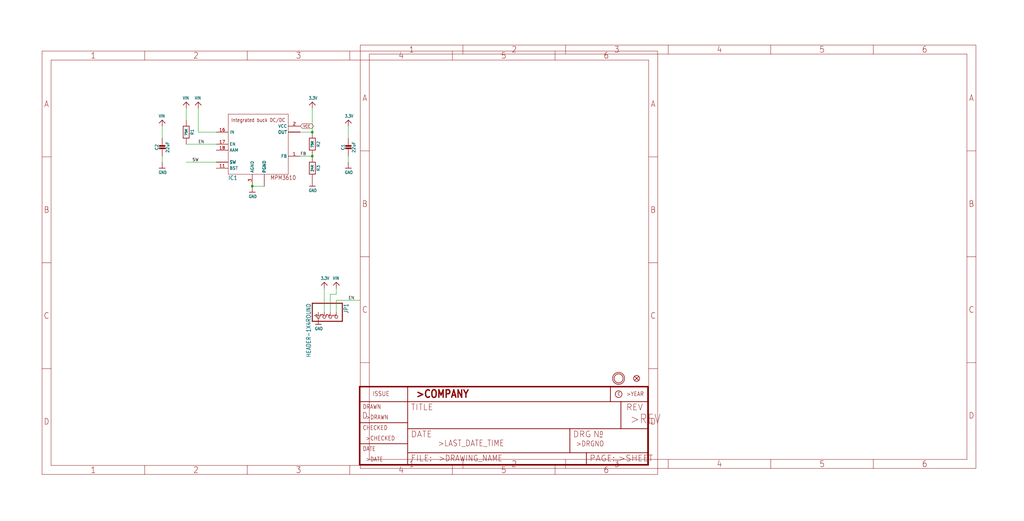
<source format=kicad_sch>
(kicad_sch (version 20211123) (generator eeschema)
  (paper "User" 433.07 220.421)
  (lib_symbols
    (symbol "schematicEagle-eagle-import:3.3V" (power)
      (property "Value" "3.3V" (at -1.524 1.016 0))
      (symbol "3.3V_1_0"
        (polyline (pts (xy -1.27 -1.27) (xy 0 0)) (stroke (width 0.254)))
        (polyline (pts (xy 0 0) (xy 1.27 -1.27)) (stroke (width 0.254)))
        (pin power_in line (at 0 -2.54 90) (length 2.54) (name "3.3V") (number "1"))
      )
    )
    (symbol "schematicEagle-eagle-import:CAP_CERAMIC0805-NOOUTLINE"
      (property "Reference" "C" (at -2.29 1.25 90))
      (property "Value" "CAP_CERAMIC0805-NOOUTLINE" (at 2.3 1.25 90))
      (symbol "CAP_CERAMIC0805-NOOUTLINE_1_0"
        (rectangle (start -1.27 0.508) (end 1.27 1.016) (fill (type outline)))
        (rectangle (start -1.27 1.524) (end 1.27 2.032) (fill (type outline)))
        (polyline (pts (xy 0 0.762) (xy 0 0)) (stroke (width 0.1524)))
        (polyline (pts (xy 0 2.54) (xy 0 1.778)) (stroke (width 0.1524)))
        (pin passive line (at 0 5.08 270) (length 2.54) (name "1") (number "1"))
        (pin passive line (at 0 -2.54 90) (length 2.54) (name "2") (number "2"))
      )
    )
    (symbol "schematicEagle-eagle-import:FIDUCIAL_1MM"
      (symbol "FIDUCIAL_1MM_1_0"
        (polyline (pts (xy -0.762 0.762) (xy 0.762 -0.762)) (stroke (width 0.254)))
        (polyline (pts (xy 0.762 0.762) (xy -0.762 -0.762)) (stroke (width 0.254)))
        (circle (center 0 0) (radius 1.27) (stroke (width 0.254)))
      )
    )
    (symbol "schematicEagle-eagle-import:FRAME_A4"
      (symbol "FRAME_A4_0_0"
        (polyline (pts (xy 0 44.7675) (xy 3.81 44.7675)))
        (polyline (pts (xy 0 89.535) (xy 3.81 89.535)))
        (polyline (pts (xy 0 134.3025) (xy 3.81 134.3025)))
        (polyline (pts (xy 3.81 3.81) (xy 3.81 175.26)))
        (polyline (pts (xy 43.3917 0) (xy 43.3917 3.81)))
        (polyline (pts (xy 43.3917 175.26) (xy 43.3917 179.07)))
        (polyline (pts (xy 86.7833 0) (xy 86.7833 3.81)))
        (polyline (pts (xy 86.7833 175.26) (xy 86.7833 179.07)))
        (polyline (pts (xy 130.175 0) (xy 130.175 3.81)))
        (polyline (pts (xy 130.175 175.26) (xy 130.175 179.07)))
        (polyline (pts (xy 173.5667 0) (xy 173.5667 3.81)))
        (polyline (pts (xy 173.5667 175.26) (xy 173.5667 179.07)))
        (polyline (pts (xy 216.9583 0) (xy 216.9583 3.81)))
        (polyline (pts (xy 216.9583 175.26) (xy 216.9583 179.07)))
        (polyline (pts (xy 256.54 3.81) (xy 3.81 3.81)))
        (polyline (pts (xy 256.54 3.81) (xy 256.54 175.26)))
        (polyline (pts (xy 256.54 44.7675) (xy 260.35 44.7675)))
        (polyline (pts (xy 256.54 89.535) (xy 260.35 89.535)))
        (polyline (pts (xy 256.54 134.3025) (xy 260.35 134.3025)))
        (polyline (pts (xy 256.54 175.26) (xy 3.81 175.26)))
        (polyline (pts (xy 0 0) (xy 260.35 0) (xy 260.35 179.07) (xy 0 179.07) (xy 0 0)))
        (text "1" (at 21.6958 1.905 0) (effects (font (size 2.54 2.286))))
        (text "1" (at 21.6958 177.165 0) (effects (font (size 2.54 2.286))))
        (text "2" (at 65.0875 1.905 0) (effects (font (size 2.54 2.286))))
        (text "2" (at 65.0875 177.165 0) (effects (font (size 2.54 2.286))))
        (text "3" (at 108.4792 1.905 0) (effects (font (size 2.54 2.286))))
        (text "3" (at 108.4792 177.165 0) (effects (font (size 2.54 2.286))))
        (text "4" (at 151.8708 1.905 0) (effects (font (size 2.54 2.286))))
        (text "4" (at 151.8708 177.165 0) (effects (font (size 2.54 2.286))))
        (text "5" (at 195.2625 1.905 0) (effects (font (size 2.54 2.286))))
        (text "5" (at 195.2625 177.165 0) (effects (font (size 2.54 2.286))))
        (text "6" (at 238.6542 1.905 0) (effects (font (size 2.54 2.286))))
        (text "6" (at 238.6542 177.165 0) (effects (font (size 2.54 2.286))))
        (text "A" (at 1.905 156.6863 0) (effects (font (size 2.54 2.286))))
        (text "A" (at 258.445 156.6863 0) (effects (font (size 2.54 2.286))))
        (text "B" (at 1.905 111.9188 0) (effects (font (size 2.54 2.286))))
        (text "B" (at 258.445 111.9188 0) (effects (font (size 2.54 2.286))))
        (text "C" (at 1.905 67.1513 0) (effects (font (size 2.54 2.286))))
        (text "C" (at 258.445 67.1513 0) (effects (font (size 2.54 2.286))))
        (text "D" (at 1.905 22.3838 0) (effects (font (size 2.54 2.286))))
        (text "D" (at 258.445 22.3838 0) (effects (font (size 2.54 2.286))))
      )
      (symbol "FRAME_A4_1_0"
        (polyline (pts (xy 256.54 3.81) (xy 256.54 8.89)) (stroke (width 0.1016)))
        (polyline (pts (xy 256.54 8.89) (xy 256.54 13.97)) (stroke (width 0.1016)))
        (polyline (pts (xy 256.54 13.97) (xy 256.54 19.05)) (stroke (width 0.1016)))
        (polyline (pts (xy 256.54 19.05) (xy 256.54 36.83)) (stroke (width 0.1016)))
      )
      (symbol "FRAME_A4_2_0"
        (polyline (pts (xy -0.3048 1.5748) (xy 20.0152 1.5748)) (stroke (width 0.6096)))
        (polyline (pts (xy -0.3048 10.4648) (xy -0.3048 1.5748)) (stroke (width 0.6096)))
        (polyline (pts (xy -0.3048 10.4648) (xy 20.0152 10.4648)) (stroke (width 0.3048)))
        (polyline (pts (xy -0.3048 19.3548) (xy -0.3048 10.4648)) (stroke (width 0.6096)))
        (polyline (pts (xy -0.3048 19.3548) (xy 20.0152 19.3548)) (stroke (width 0.3048)))
        (polyline (pts (xy -0.3048 28.2448) (xy -0.3048 19.3548)) (stroke (width 0.6096)))
        (polyline (pts (xy -0.3048 28.2448) (xy 20.0152 28.2448)) (stroke (width 0.3048)))
        (polyline (pts (xy -0.3048 34.5948) (xy -0.3048 28.2448)) (stroke (width 0.6096)))
        (polyline (pts (xy 20.0152 1.5748) (xy 20.0152 6.6548)) (stroke (width 0.3048)))
        (polyline (pts (xy 20.0152 1.5748) (xy 95.5802 1.5748)) (stroke (width 0.6096)))
        (polyline (pts (xy 20.0152 6.6548) (xy 20.0152 10.4648)) (stroke (width 0.3048)))
        (polyline (pts (xy 20.0152 6.6548) (xy 88.5952 6.6548)) (stroke (width 0.3048)))
        (polyline (pts (xy 20.0152 10.4648) (xy 20.0152 16.8148)) (stroke (width 0.3048)))
        (polyline (pts (xy 20.0152 16.8148) (xy 20.0152 19.3548)) (stroke (width 0.3048)))
        (polyline (pts (xy 20.0152 19.3548) (xy 20.0152 28.2448)) (stroke (width 0.3048)))
        (polyline (pts (xy 20.0152 28.2448) (xy 20.0152 34.5948)) (stroke (width 0.3048)))
        (polyline (pts (xy 20.0152 28.2448) (xy 105.7402 28.2448)) (stroke (width 0.3048)))
        (polyline (pts (xy 20.0152 34.5948) (xy -0.3048 34.5948)) (stroke (width 0.6096)))
        (polyline (pts (xy 88.5952 6.6548) (xy 95.5802 6.6548)) (stroke (width 0.3048)))
        (polyline (pts (xy 88.5952 16.8148) (xy 20.0152 16.8148)) (stroke (width 0.3048)))
        (polyline (pts (xy 88.5952 16.8148) (xy 88.5952 6.6548)) (stroke (width 0.3048)))
        (polyline (pts (xy 95.5802 1.5748) (xy 121.6152 1.5748)) (stroke (width 0.6096)))
        (polyline (pts (xy 95.5802 6.6548) (xy 95.5802 1.5748)) (stroke (width 0.3048)))
        (polyline (pts (xy 95.5802 6.6548) (xy 121.6152 6.6548)) (stroke (width 0.3048)))
        (polyline (pts (xy 101.2952 13.3223) (xy 102.2477 13.3223)) (stroke (width 0.254)))
        (polyline (pts (xy 105.7402 28.2448) (xy 105.7402 34.5948)) (stroke (width 0.3048)))
        (polyline (pts (xy 105.7402 28.2448) (xy 110.1852 28.2448)) (stroke (width 0.3048)))
        (polyline (pts (xy 105.7402 34.5948) (xy 20.0152 34.5948)) (stroke (width 0.6096)))
        (polyline (pts (xy 110.1852 16.8148) (xy 88.5952 16.8148)) (stroke (width 0.3048)))
        (polyline (pts (xy 110.1852 28.2448) (xy 110.1852 16.8148)) (stroke (width 0.3048)))
        (polyline (pts (xy 110.1852 28.2448) (xy 121.6152 28.2448)) (stroke (width 0.3048)))
        (polyline (pts (xy 121.6152 6.6548) (xy 121.6152 1.5748)) (stroke (width 0.6096)))
        (polyline (pts (xy 121.6152 16.8148) (xy 110.1852 16.8148)) (stroke (width 0.3048)))
        (polyline (pts (xy 121.6152 16.8148) (xy 121.6152 6.6548)) (stroke (width 0.6096)))
        (polyline (pts (xy 121.6152 28.2448) (xy 121.6152 16.8148)) (stroke (width 0.6096)))
        (polyline (pts (xy 121.6152 34.5948) (xy 105.7402 34.5948)) (stroke (width 0.6096)))
        (polyline (pts (xy 121.6152 34.5948) (xy 121.6152 28.2448)) (stroke (width 0.6096)))
        (circle (center 109.2327 31.4198) (radius 1.4199) (stroke (width 0.254)))
        (text ">CHECKED" (at 2.2352 11.7348 0) (effects (font (size 1.778 1.5113)) (justify left bottom)))
        (text ">COMPANY" (at 23.349 29.6735 0) (effects (font (size 3.175 2.6987) (thickness 0.5397) bold) (justify left bottom)))
        (text ">DATE" (at 2.2352 2.8448 0) (effects (font (size 1.778 1.5113)) (justify left bottom)))
        (text ">DRAWING_NAME" (at 33.0327 2.8448 0) (effects (font (size 2.54 2.159)) (justify left bottom)))
        (text ">DRAWN" (at 2.2352 20.6248 0) (effects (font (size 1.778 1.5113)) (justify left bottom)))
        (text ">DRGNO" (at 91.1352 9.1948 0) (effects (font (size 2.1844 1.8567)) (justify left bottom)))
        (text ">LAST_DATE_TIME" (at 32.7152 9.1948 0) (effects (font (size 2.54 2.159)) (justify left bottom)))
        (text ">REV" (at 113.9952 18.7198 0) (effects (font (size 3.81 3.2385)) (justify left bottom)))
        (text ">SHEET" (at 108.9152 2.8448 0) (effects (font (size 2.54 2.54)) (justify left bottom)))
        (text ">YEAR" (at 112.4077 30.4673 0) (effects (font (size 1.778 1.5113)) (justify left bottom)))
        (text "C" (at 108.7564 30.7848 0) (effects (font (size 1.27 1.0795)) (justify left bottom)))
        (text "CHECKED" (at 0.9652 16.1798 0) (effects (font (size 1.778 1.5113)) (justify left bottom)))
        (text "DATE" (at 0.9652 7.2898 0) (effects (font (size 1.778 1.5113)) (justify left bottom)))
        (text "DATE" (at 21.2852 13.0048 0) (effects (font (size 2.54 2.54)) (justify left bottom)))
        (text "DRAWN" (at 0.9652 25.0698 0) (effects (font (size 1.778 1.5113)) (justify left bottom)))
        (text "DRG" (at 89.8652 13.0048 0) (effects (font (size 2.54 2.54)) (justify left bottom)))
        (text "FILE:" (at 21.2852 2.8448 0) (effects (font (size 2.54 2.54)) (justify left bottom)))
        (text "ISSUE" (at 5.0927 30.4673 0) (effects (font (size 1.9304 1.6408)) (justify left bottom)))
        (text "N" (at 98.4377 13.0048 0) (effects (font (size 2.54 2.54)) (justify left bottom)))
        (text "o" (at 100.9777 13.9573 0) (effects (font (size 2.1844 1.8567)) (justify left bottom)))
        (text "PAGE:" (at 96.8502 2.8448 0) (effects (font (size 2.54 2.54)) (justify left bottom)))
        (text "REV" (at 112.4077 24.4348 0) (effects (font (size 2.54 2.54)) (justify left bottom)))
        (text "TITLE" (at 21.2852 24.4348 0) (effects (font (size 2.54 2.54)) (justify left bottom)))
      )
    )
    (symbol "schematicEagle-eagle-import:GND" (power)
      (property "Value" "GND" (at -1.524 -2.54 0))
      (symbol "GND_1_0"
        (polyline (pts (xy -1.27 0) (xy 1.27 0)) (stroke (width 0.254)))
        (pin power_in line (at 0 2.54 270) (length 2.54) (name "GND") (number "1"))
      )
    )
    (symbol "schematicEagle-eagle-import:HEADER-1X4ROUND"
      (property "Reference" "JP" (at -6.35 8.255 0))
      (property "Value" "HEADER-1X4ROUND" (at -6.35 -7.62 0))
      (symbol "HEADER-1X4ROUND_1_0"
        (polyline (pts (xy -6.35 -5.08) (xy 1.27 -5.08)) (stroke (width 0.4064)))
        (polyline (pts (xy -6.35 7.62) (xy -6.35 -5.08)) (stroke (width 0.4064)))
        (polyline (pts (xy 1.27 -5.08) (xy 1.27 7.62)) (stroke (width 0.4064)))
        (polyline (pts (xy 1.27 7.62) (xy -6.35 7.62)) (stroke (width 0.4064)))
        (pin passive inverted (at -2.54 5.08 0) (length 2.54) (name "1") (number "1"))
        (pin passive inverted (at -2.54 2.54 0) (length 2.54) (name "2") (number "2"))
        (pin passive inverted (at -2.54 0 0) (length 2.54) (name "3") (number "3"))
        (pin passive inverted (at -2.54 -2.54 0) (length 2.54) (name "4") (number "4"))
      )
    )
    (symbol "schematicEagle-eagle-import:MOUNTINGHOLE2.5"
      (symbol "MOUNTINGHOLE2.5_1_0"
        (circle (center 0 0) (radius 1.905) (stroke (width 0.254)))
        (circle (center 0 0) (radius 2.54) (stroke (width 0.254)))
      )
    )
    (symbol "schematicEagle-eagle-import:MPM3610"
      (property "Reference" "IC" (at -12.7 -15.24 0))
      (symbol "MPM3610_1_0"
        (polyline (pts (xy -12.7 -12.7) (xy 12.7 -12.7)) (stroke (width 0.1524)))
        (polyline (pts (xy -12.7 12.7) (xy -12.7 -12.7)) (stroke (width 0.1524)))
        (polyline (pts (xy 12.7 -12.7) (xy 12.7 12.7)) (stroke (width 0.1524)))
        (polyline (pts (xy 12.7 12.7) (xy -12.7 12.7)) (stroke (width 0.1524)))
        (text "Integrated buck DC/DC" (at 0 10.16 0) (effects (font (size 1.524 1.2954))))
        (text "MPM3610" (at 5.08 -15.24 0) (effects (font (size 1.778 1.5113)) (justify left bottom)))
        (pin input line (at 17.78 -5.08 180) (length 5.08) (name "FB") (number "1"))
        (pin passive line (at -17.78 -10.16 0) (length 5.08) (name "BST") (number "11"))
        (pin power_in line (at 2.54 -17.78 90) (length 5.08) (name "PGND") (number "12"))
        (pin power_in line (at 2.54 -17.78 90) (length 5.08) (name "PGND") (number "13"))
        (pin power_in line (at 2.54 -17.78 90) (length 5.08) (name "PGND") (number "14"))
        (pin power_in line (at -17.78 5.08 0) (length 5.08) (name "IN") (number "16"))
        (pin input line (at -17.78 0 0) (length 5.08) (name "EN") (number "17"))
        (pin input line (at -17.78 -2.54 0) (length 5.08) (name "AAM") (number "18"))
        (pin power_in line (at 17.78 7.62 180) (length 5.08) (name "VCC") (number "2"))
        (pin power_in line (at -2.54 -17.78 90) (length 5.08) (name "AGND") (number "3"))
        (pin passive line (at -17.78 -7.62 0) (length 5.08) (name "SW") (number "4"))
        (pin passive line (at -17.78 -7.62 0) (length 5.08) (name "SW") (number "5"))
        (pin passive line (at -17.78 -7.62 0) (length 5.08) (name "SW") (number "6"))
        (pin power_in line (at 17.78 5.08 180) (length 5.08) (name "OUT") (number "7"))
        (pin power_in line (at 17.78 5.08 180) (length 5.08) (name "OUT") (number "8"))
        (pin power_in line (at 17.78 5.08 180) (length 5.08) (name "OUT") (number "9"))
      )
    )
    (symbol "schematicEagle-eagle-import:RESISTOR_0603_NOOUT"
      (property "Reference" "R" (at 0 2.54 0))
      (property "Value" "RESISTOR_0603_NOOUT" (at 0 0 0))
      (symbol "RESISTOR_0603_NOOUT_1_0"
        (polyline (pts (xy -2.54 -1.27) (xy -2.54 1.27)) (stroke (width 0.254)))
        (polyline (pts (xy -2.54 1.27) (xy 2.54 1.27)) (stroke (width 0.254)))
        (polyline (pts (xy 2.54 -1.27) (xy -2.54 -1.27)) (stroke (width 0.254)))
        (polyline (pts (xy 2.54 1.27) (xy 2.54 -1.27)) (stroke (width 0.254)))
        (pin passive line (at -5.08 0 0) (length 2.54) (name "1") (number "1"))
        (pin passive line (at 5.08 0 180) (length 2.54) (name "2") (number "2"))
      )
    )
    (symbol "schematicEagle-eagle-import:VIN" (power)
      (property "Value" "VIN" (at -1.524 1.016 0))
      (symbol "VIN_1_0"
        (polyline (pts (xy -1.27 -1.27) (xy 0 0)) (stroke (width 0.254)))
        (polyline (pts (xy 0 0) (xy 1.27 -1.27)) (stroke (width 0.254)))
        (pin power_in line (at 0 -2.54 90) (length 2.54) (name "VIN") (number "1"))
      )
    )
  )
  (junction (at 132.08 66.04))
  (junction (at 106.68 78.74))
  (junction (at 132.08 55.88))
  (wire (pts (xy 152.4 127) (xy 142.24 127)))
  (wire (pts (xy 132.08 45.72) (xy 132.08 55.88)))
  (wire (pts (xy 68.58 66.04) (xy 68.58 68.58)))
  (wire (pts (xy 91.44 68.58) (xy 78.74 68.58)))
  (wire (pts (xy 142.24 124.46) (xy 142.24 121.92)))
  (wire (pts (xy 137.16 132.08) (xy 137.16 121.92)))
  (wire (pts (xy 78.74 50.8) (xy 78.74 45.72)))
  (wire (pts (xy 142.24 132.08) (xy 142.24 127)))
  (wire (pts (xy 83.82 45.72) (xy 83.82 55.88)))
  (wire (pts (xy 132.08 55.88) (xy 127 55.88)))
  (wire (pts (xy 147.32 58.42) (xy 147.32 53.34)))
  (wire (pts (xy 147.32 66.04) (xy 147.32 68.58)))
  (wire (pts (xy 91.44 60.96) (xy 78.74 60.96)))
  (wire (pts (xy 139.7 132.08) (xy 139.7 124.46)))
  (wire (pts (xy 139.7 124.46) (xy 142.24 124.46)))
  (wire (pts (xy 68.58 53.34) (xy 68.58 58.42)))
  (wire (pts (xy 134.62 132.08) (xy 134.62 134.62)))
  (wire (pts (xy 111.76 78.74) (xy 106.68 78.74)))
  (wire (pts (xy 127 66.04) (xy 132.08 66.04)))
  (wire (pts (xy 83.82 55.88) (xy 91.44 55.88)))
  (label "FB" (at 127 66.04 0) (effects (font (size 1.2446 1.2446))))
  (label "EN" (at 147.32 127 0) (effects (font (size 1.2446 1.2446))))
  (label "SW" (at 81.28 68.58 0) (effects (font (size 1.2446 1.2446))))
  (label "EN" (at 83.82 60.96 0) (effects (font (size 1.2446 1.2446))))
  (global_label "VCC" (shape bidirectional) (at 127 53.34 0) (effects (font (size 1.016 1.016))) (property "Intersheet References" "${INTERSHEET_REFS}" (effects hide)))
  (symbol (lib_id "schematicEagle-eagle-import:GND") (at 68.58 71.12 0) (unit 1)
    (property "Reference" "#U$3" (effects hide))
    (property "Value" "GND" (at 67.056 73.66 0) (effects (font (size 1.27 1.0795)) (justify left bottom)))
    (property "Footprint" "schematicEagle:" (effects hide))
  )
  (symbol (lib_id "schematicEagle-eagle-import:FRAME_A4") (at 17.78 200.66 0) (unit 1)
    (property "Reference" "#FRAME1" (effects hide))
    (property "Value" "FRAME_A4" (effects hide))
    (property "Footprint" "schematicEagle:" (effects hide))
  )
  (symbol (lib_id "schematicEagle-eagle-import:CAP_CERAMIC0805-NOOUTLINE") (at 68.58 63.5 0) (unit 1)
    (property "Reference" "C2" (at 66.29 62.25 90))
    (property "Value" "22uF" (at 70.88 62.25 90))
    (property "Footprint" "schematicEagle:0805-NO" (effects hide))
  )
  (symbol (lib_id "schematicEagle-eagle-import:RESISTOR_0603_NOOUT") (at 78.74 55.88 270) (unit 1)
    (property "Reference" "R1" (at 81.28 55.88 0))
    (property "Value" "75K" (at 78.74 55.88 0) (effects (font (size 1.016 1.016) bold)))
    (property "Footprint" "schematicEagle:0603-NO" (effects hide))
  )
  (symbol (lib_id "schematicEagle-eagle-import:VIN") (at 83.82 43.18 0) (unit 1)
    (property "Reference" "#U$14" (effects hide))
    (property "Value" "VIN" (at 82.296 42.164 0) (effects (font (size 1.27 1.0795)) (justify left bottom)))
    (property "Footprint" "schematicEagle:" (effects hide))
  )
  (symbol (lib_id "schematicEagle-eagle-import:VIN") (at 78.74 43.18 0) (unit 1)
    (property "Reference" "#U$12" (effects hide))
    (property "Value" "VIN" (at 77.216 42.164 0) (effects (font (size 1.27 1.0795)) (justify left bottom)))
    (property "Footprint" "schematicEagle:" (effects hide))
  )
  (symbol (lib_id "schematicEagle-eagle-import:GND") (at 132.08 78.74 0) (unit 1)
    (property "Reference" "#U$5" (effects hide))
    (property "Value" "GND" (at 130.556 81.28 0) (effects (font (size 1.27 1.0795)) (justify left bottom)))
    (property "Footprint" "schematicEagle:" (effects hide))
  )
  (symbol (lib_id "schematicEagle-eagle-import:3.3V") (at 132.08 43.18 0) (unit 1)
    (property "Reference" "#U$15" (effects hide))
    (property "Value" "3.3V" (at 130.556 42.164 0) (effects (font (size 1.27 1.0795)) (justify left bottom)))
    (property "Footprint" "schematicEagle:" (effects hide))
  )
  (symbol (lib_id "schematicEagle-eagle-import:HEADER-1X4ROUND") (at 137.16 134.62 270) (unit 1)
    (property "Reference" "JP1" (at 145.415 128.27 0) (effects (font (size 1.778 1.5113)) (justify left bottom)))
    (property "Value" "HEADER-1X4ROUND" (at 129.54 128.27 0) (effects (font (size 1.778 1.5113)) (justify left bottom)))
    (property "Footprint" "schematicEagle:1X04_ROUND" (effects hide))
  )
  (symbol (lib_id "schematicEagle-eagle-import:VIN") (at 68.58 50.8 0) (unit 1)
    (property "Reference" "#U$4" (effects hide))
    (property "Value" "VIN" (at 67.056 49.784 0) (effects (font (size 1.27 1.0795)) (justify left bottom)))
    (property "Footprint" "schematicEagle:" (effects hide))
  )
  (symbol (lib_id "schematicEagle-eagle-import:MOUNTINGHOLE2.5") (at 261.62 160.02 0) (unit 1)
    (property "Reference" "U$9" (effects hide))
    (property "Value" "MOUNTINGHOLE2.5" (effects hide))
    (property "Footprint" "schematicEagle:MOUNTINGHOLE_2.5_PLATED" (effects hide))
  )
  (symbol (lib_id "schematicEagle-eagle-import:GND") (at 134.62 137.16 0) (unit 1)
    (property "Reference" "#U$8" (effects hide))
    (property "Value" "GND" (at 133.096 139.7 0) (effects (font (size 1.27 1.0795)) (justify left bottom)))
    (property "Footprint" "schematicEagle:" (effects hide))
  )
  (symbol (lib_id "schematicEagle-eagle-import:3.3V") (at 147.32 50.8 0) (unit 1)
    (property "Reference" "#U$2" (effects hide))
    (property "Value" "3.3V" (at 145.796 49.784 0) (effects (font (size 1.27 1.0795)) (justify left bottom)))
    (property "Footprint" "schematicEagle:" (effects hide))
  )
  (symbol (lib_id "schematicEagle-eagle-import:GND") (at 147.32 71.12 0) (unit 1)
    (property "Reference" "#U$1" (effects hide))
    (property "Value" "GND" (at 145.796 73.66 0) (effects (font (size 1.27 1.0795)) (justify left bottom)))
    (property "Footprint" "schematicEagle:" (effects hide))
  )
  (symbol (lib_id "schematicEagle-eagle-import:VIN") (at 142.24 119.38 0) (unit 1)
    (property "Reference" "#U$6" (effects hide))
    (property "Value" "VIN" (at 140.716 118.364 0) (effects (font (size 1.27 1.0795)) (justify left bottom)))
    (property "Footprint" "schematicEagle:" (effects hide))
  )
  (symbol (lib_id "schematicEagle-eagle-import:3.3V") (at 137.16 119.38 0) (unit 1)
    (property "Reference" "#U$7" (effects hide))
    (property "Value" "3.3V" (at 135.636 118.364 0) (effects (font (size 1.27 1.0795)) (justify left bottom)))
    (property "Footprint" "schematicEagle:" (effects hide))
  )
  (symbol (lib_id "schematicEagle-eagle-import:RESISTOR_0603_NOOUT") (at 132.08 71.12 270) (unit 1)
    (property "Reference" "R3" (at 134.62 71.12 0))
    (property "Value" "24K" (at 132.08 71.12 0) (effects (font (size 1.016 1.016) bold)))
    (property "Footprint" "schematicEagle:0603-NO" (effects hide))
  )
  (symbol (lib_id "schematicEagle-eagle-import:FIDUCIAL_1MM") (at 269.24 160.02 0) (unit 1)
    (property "Reference" "FID1" (effects hide))
    (property "Value" "FIDUCIAL_1MM" (effects hide))
    (property "Footprint" "schematicEagle:FIDUCIAL_1MM" (effects hide))
  )
  (symbol (lib_id "schematicEagle-eagle-import:MPM3610") (at 109.22 60.96 0) (unit 1)
    (property "Reference" "IC1" (at 96.52 76.2 0) (effects (font (size 1.778 1.5113)) (justify left bottom)))
    (property "Value" "MPM3610" (effects hide))
    (property "Footprint" "schematicEagle:MPM3610" (effects hide))
  )
  (symbol (lib_id "schematicEagle-eagle-import:FRAME_A4") (at 152.4 198.12 0) (unit 2)
    (property "Reference" "#FRAME1" (effects hide))
    (property "Value" "FRAME_A4" (effects hide))
    (property "Footprint" "schematicEagle:" (effects hide))
  )
  (symbol (lib_id "schematicEagle-eagle-import:GND") (at 106.68 81.28 0) (unit 1)
    (property "Reference" "#U$13" (effects hide))
    (property "Value" "GND" (at 105.156 83.82 0) (effects (font (size 1.27 1.0795)) (justify left bottom)))
    (property "Footprint" "schematicEagle:" (effects hide))
  )
  (symbol (lib_id "schematicEagle-eagle-import:RESISTOR_0603_NOOUT") (at 132.08 60.96 270) (unit 1)
    (property "Reference" "R2" (at 134.62 60.96 0))
    (property "Value" "75K" (at 132.08 60.96 0) (effects (font (size 1.016 1.016) bold)))
    (property "Footprint" "schematicEagle:0603-NO" (effects hide))
  )
  (symbol (lib_id "schematicEagle-eagle-import:CAP_CERAMIC0805-NOOUTLINE") (at 147.32 63.5 0) (unit 1)
    (property "Reference" "C1" (at 145.03 62.25 90))
    (property "Value" "22uF" (at 149.62 62.25 90))
    (property "Footprint" "schematicEagle:0805-NO" (effects hide))
  )
)
</source>
